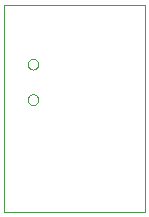
<source format=gko>
G75*
%MOIN*%
%OFA0B0*%
%FSLAX24Y24*%
%IPPOS*%
%LPD*%
%AMOC8*
5,1,8,0,0,1.08239X$1,22.5*
%
%ADD10C,0.0000*%
D10*
X000123Y000103D02*
X000123Y006993D01*
X004847Y006993D01*
X004847Y000103D01*
X000123Y000103D01*
X000930Y003843D02*
X000932Y003869D01*
X000938Y003895D01*
X000948Y003920D01*
X000961Y003943D01*
X000977Y003963D01*
X000997Y003981D01*
X001019Y003996D01*
X001042Y004008D01*
X001068Y004016D01*
X001094Y004020D01*
X001120Y004020D01*
X001146Y004016D01*
X001172Y004008D01*
X001196Y003996D01*
X001217Y003981D01*
X001237Y003963D01*
X001253Y003943D01*
X001266Y003920D01*
X001276Y003895D01*
X001282Y003869D01*
X001284Y003843D01*
X001282Y003817D01*
X001276Y003791D01*
X001266Y003766D01*
X001253Y003743D01*
X001237Y003723D01*
X001217Y003705D01*
X001195Y003690D01*
X001172Y003678D01*
X001146Y003670D01*
X001120Y003666D01*
X001094Y003666D01*
X001068Y003670D01*
X001042Y003678D01*
X001018Y003690D01*
X000997Y003705D01*
X000977Y003723D01*
X000961Y003743D01*
X000948Y003766D01*
X000938Y003791D01*
X000932Y003817D01*
X000930Y003843D01*
X000930Y005024D02*
X000932Y005050D01*
X000938Y005076D01*
X000948Y005101D01*
X000961Y005124D01*
X000977Y005144D01*
X000997Y005162D01*
X001019Y005177D01*
X001042Y005189D01*
X001068Y005197D01*
X001094Y005201D01*
X001120Y005201D01*
X001146Y005197D01*
X001172Y005189D01*
X001196Y005177D01*
X001217Y005162D01*
X001237Y005144D01*
X001253Y005124D01*
X001266Y005101D01*
X001276Y005076D01*
X001282Y005050D01*
X001284Y005024D01*
X001282Y004998D01*
X001276Y004972D01*
X001266Y004947D01*
X001253Y004924D01*
X001237Y004904D01*
X001217Y004886D01*
X001195Y004871D01*
X001172Y004859D01*
X001146Y004851D01*
X001120Y004847D01*
X001094Y004847D01*
X001068Y004851D01*
X001042Y004859D01*
X001018Y004871D01*
X000997Y004886D01*
X000977Y004904D01*
X000961Y004924D01*
X000948Y004947D01*
X000938Y004972D01*
X000932Y004998D01*
X000930Y005024D01*
M02*

</source>
